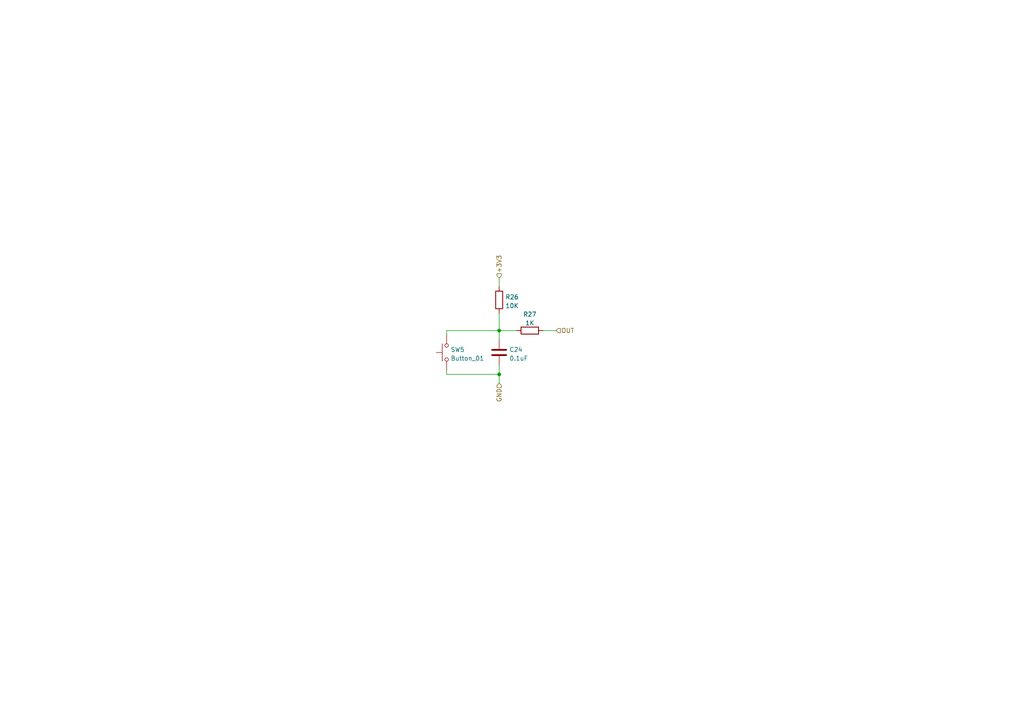
<source format=kicad_sch>
(kicad_sch (version 20230121) (generator eeschema)
  (paper "A4")
  (lib_symbols
    (symbol "Device:C" (pin_numbers hide) (pin_names (offset 0.254))
      (property "Reference" "C" (at 0.635 2.54 0))
      (property "Value" "C" (at 0.635 -2.54 0))
      (symbol "C_0_1"
        (polyline (pts (xy -2.032 -0.762) (xy 2.032 -0.762)) (stroke (width 0.508)))
        (polyline (pts (xy -2.032 0.762) (xy 2.032 0.762)) (stroke (width 0.508)))
      )
      (symbol "C_1_1"
        (pin passive line (at 0 3.81 270) (length 2.794) (name "~") (number "1"))
        (pin passive line (at 0 -3.81 90) (length 2.794) (name "~") (number "2"))
      )
    )
    (symbol "Device:R" (pin_numbers hide) (pin_names (offset 0))
      (property "Reference" "R" (at 2.032 0 90))
      (property "Value" "R" (at 0 0 90))
      (symbol "R_0_1"
        (rectangle (start -1.016 -2.54) (end 1.016 2.54) (stroke (width 0.254)))
      )
      (symbol "R_1_1"
        (pin passive line (at 0 3.81 270) (length 1.27) (name "~") (number "1"))
        (pin passive line (at 0 -3.81 90) (length 1.27) (name "~") (number "2"))
      )
    )
    (symbol "Switch:SW_Push" (pin_numbers hide) (pin_names (offset 1.016) hide)
      (property "Reference" "SW" (at 1.27 2.54 0))
      (property "Value" "SW_Push" (at 0 -1.524 0))
      (symbol "SW_Push_0_1"
        (circle (center -2.032 0) (radius 0.508))
        (polyline (pts (xy 0 1.27) (xy 0 3.048)))
        (polyline (pts (xy 2.54 1.27) (xy -2.54 1.27)))
        (circle (center 2.032 0) (radius 0.508))
        (pin passive line (at -5.08 0 0) (length 2.54) (name "1") (number "1"))
        (pin passive line (at 5.08 0 180) (length 2.54) (name "2") (number "2"))
      )
    )
  )
  (junction (at 144.78 108.585))
  (junction (at 144.78 95.885))
  (wire (pts (xy 129.54 108.585) (xy 129.54 107.315)))
  (wire (pts (xy 144.78 108.585) (xy 129.54 108.585)))
  (wire (pts (xy 129.54 97.155) (xy 129.54 95.885)))
  (wire (pts (xy 144.78 108.585) (xy 144.78 111.125)))
  (wire (pts (xy 157.48 95.885) (xy 161.29 95.885)))
  (wire (pts (xy 144.78 95.885) (xy 144.78 98.425)))
  (wire (pts (xy 144.78 106.045) (xy 144.78 108.585)))
  (wire (pts (xy 144.78 80.645) (xy 144.78 83.185)))
  (wire (pts (xy 144.78 90.805) (xy 144.78 95.885)))
  (wire (pts (xy 129.54 95.885) (xy 144.78 95.885)))
  (wire (pts (xy 144.78 95.885) (xy 149.86 95.885)))
  (hierarchical_label "OUT" (shape input) (at 161.29 95.885 0))
  (hierarchical_label "GND" (shape input) (at 144.78 111.125 270))
  (hierarchical_label "+3V3" (shape input) (at 144.78 80.645 90))
  (symbol (lib_id "Device:C") (at 144.78 102.235 0) (unit 1)
    (property "Reference" "C24" (at 147.701 101.4003 0) (effects (justify left)))
    (property "Value" "0.1uF" (at 147.701 103.9372 0) (effects (justify left)))
    (property "Footprint" "Capacitor_SMD:C_0402_1005Metric" (effects hide))
    (instances (project "indoor-bike-computer-motherboard-v2" (path "" (reference "C24") (unit 1)) (path "" (reference "C38") (unit 1)) (path "" (reference "C39") (unit 1)) (path "" (reference "C40") (unit 1)) (path "" (reference "C41") (unit 1))) (project "mother-board-v3" (path "" (reference "C18") (unit 1))))
  )
  (symbol (lib_id "Switch:SW_Push") (at 129.54 102.235 90) (unit 1)
    (property "Reference" "SW5" (at 130.683 101.4003 90) (effects (justify right)))
    (property "Value" "Button_01" (at 130.683 103.9372 90) (effects (justify right)))
    (property "Footprint" "Button_Switch_SMD:SW_SPST_TL3342" (effects hide))
    (instances (project "indoor-bike-computer-motherboard-v2" (path "" (reference "SW5") (unit 1)) (path "" (reference "SW5") (unit 1)) (path "" (reference "SW6") (unit 1)) (path "" (reference "SW7") (unit 1)) (path "" (reference "SW8") (unit 1))) (project "mother-board-v3" (path "" (reference "SW2") (unit 1))))
  )
  (symbol (lib_id "Device:R") (at 144.78 86.995 0) (unit 1)
    (property "Reference" "R26" (at 146.558 86.1603 0) (effects (justify left)))
    (property "Value" "10K" (at 146.558 88.6972 0) (effects (justify left)))
    (property "Footprint" "Resistor_SMD:R_0402_1005Metric" (effects hide))
    (instances (project "indoor-bike-computer-motherboard-v2" (path "" (reference "R26") (unit 1)) (path "" (reference "R34") (unit 1)) (path "" (reference "R36") (unit 1)) (path "" (reference "R38") (unit 1)) (path "" (reference "R40") (unit 1))) (project "mother-board-v3" (path "" (reference "R9") (unit 1))))
  )
  (symbol (lib_id "Device:R") (at 153.67 95.885 90) (unit 1)
    (property "Reference" "R27" (at 153.67 91.1692 90))
    (property "Value" "1K" (at 153.67 93.7061 90))
    (property "Footprint" "Resistor_SMD:R_0402_1005Metric" (effects hide))
    (instances (project "indoor-bike-computer-motherboard-v2" (path "" (reference "R27") (unit 1)) (path "" (reference "R35") (unit 1)) (path "" (reference "R37") (unit 1)) (path "" (reference "R39") (unit 1)) (path "" (reference "R41") (unit 1))) (project "mother-board-v3" (path "" (reference "R10") (unit 1))))
  )
)
</source>
